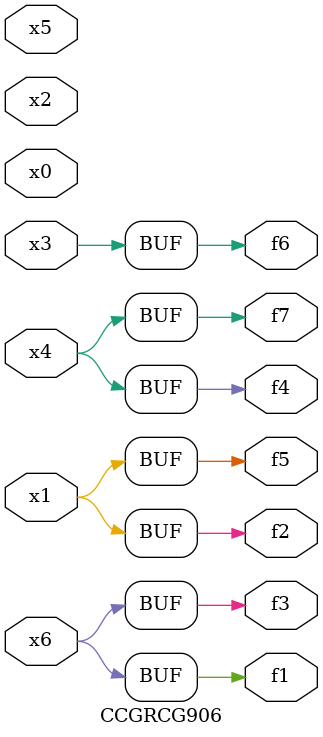
<source format=v>
module CCGRCG906(
	input x0, x1, x2, x3, x4, x5, x6,
	output f1, f2, f3, f4, f5, f6, f7
);
	assign f1 = x6;
	assign f2 = x1;
	assign f3 = x6;
	assign f4 = x4;
	assign f5 = x1;
	assign f6 = x3;
	assign f7 = x4;
endmodule

</source>
